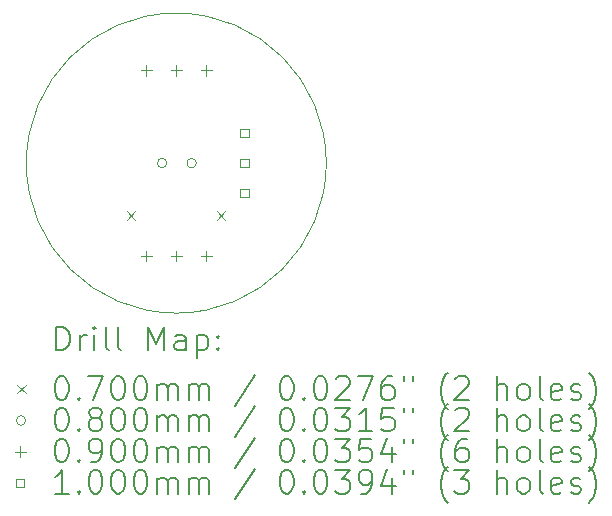
<source format=gbr>
%FSLAX45Y45*%
G04 Gerber Fmt 4.5, Leading zero omitted, Abs format (unit mm)*
G04 Created by KiCad (PCBNEW 6.0.2+dfsg-1) date 2022-10-05 13:55:46*
%MOMM*%
%LPD*%
G01*
G04 APERTURE LIST*
%TA.AperFunction,Profile*%
%ADD10C,0.100000*%
%TD*%
%ADD11C,0.200000*%
%ADD12C,0.070000*%
%ADD13C,0.080000*%
%ADD14C,0.090000*%
%ADD15C,0.100000*%
G04 APERTURE END LIST*
D10*
X15748000Y-7874000D02*
G75*
G03*
X15748000Y-7874000I-1270000J0D01*
G01*
D11*
D12*
X14062000Y-8283500D02*
X14132000Y-8353500D01*
X14132000Y-8283500D02*
X14062000Y-8353500D01*
X14824000Y-8283500D02*
X14894000Y-8353500D01*
X14894000Y-8283500D02*
X14824000Y-8353500D01*
D13*
X14397489Y-7874000D02*
G75*
G03*
X14397489Y-7874000I-40000J0D01*
G01*
X14647489Y-7874000D02*
G75*
G03*
X14647489Y-7874000I-40000J0D01*
G01*
D14*
X14224000Y-7042500D02*
X14224000Y-7132500D01*
X14179000Y-7087500D02*
X14269000Y-7087500D01*
X14224000Y-8615500D02*
X14224000Y-8705500D01*
X14179000Y-8660500D02*
X14269000Y-8660500D01*
X14478000Y-7042500D02*
X14478000Y-7132500D01*
X14433000Y-7087500D02*
X14523000Y-7087500D01*
X14478000Y-8615500D02*
X14478000Y-8705500D01*
X14433000Y-8660500D02*
X14523000Y-8660500D01*
X14732000Y-7042500D02*
X14732000Y-7132500D01*
X14687000Y-7087500D02*
X14777000Y-7087500D01*
X14732000Y-8615500D02*
X14732000Y-8705500D01*
X14687000Y-8660500D02*
X14777000Y-8660500D01*
D15*
X15091856Y-7656856D02*
X15091856Y-7586144D01*
X15021144Y-7586144D01*
X15021144Y-7656856D01*
X15091856Y-7656856D01*
X15091856Y-7910856D02*
X15091856Y-7840144D01*
X15021144Y-7840144D01*
X15021144Y-7910856D01*
X15091856Y-7910856D01*
X15091856Y-8164856D02*
X15091856Y-8094144D01*
X15021144Y-8094144D01*
X15021144Y-8164856D01*
X15091856Y-8164856D01*
D11*
X13460619Y-9459476D02*
X13460619Y-9259476D01*
X13508238Y-9259476D01*
X13536809Y-9269000D01*
X13555857Y-9288048D01*
X13565381Y-9307095D01*
X13574905Y-9345190D01*
X13574905Y-9373762D01*
X13565381Y-9411857D01*
X13555857Y-9430905D01*
X13536809Y-9449952D01*
X13508238Y-9459476D01*
X13460619Y-9459476D01*
X13660619Y-9459476D02*
X13660619Y-9326143D01*
X13660619Y-9364238D02*
X13670143Y-9345190D01*
X13679667Y-9335667D01*
X13698714Y-9326143D01*
X13717762Y-9326143D01*
X13784428Y-9459476D02*
X13784428Y-9326143D01*
X13784428Y-9259476D02*
X13774905Y-9269000D01*
X13784428Y-9278524D01*
X13793952Y-9269000D01*
X13784428Y-9259476D01*
X13784428Y-9278524D01*
X13908238Y-9459476D02*
X13889190Y-9449952D01*
X13879667Y-9430905D01*
X13879667Y-9259476D01*
X14013000Y-9459476D02*
X13993952Y-9449952D01*
X13984428Y-9430905D01*
X13984428Y-9259476D01*
X14241571Y-9459476D02*
X14241571Y-9259476D01*
X14308238Y-9402333D01*
X14374905Y-9259476D01*
X14374905Y-9459476D01*
X14555857Y-9459476D02*
X14555857Y-9354714D01*
X14546333Y-9335667D01*
X14527286Y-9326143D01*
X14489190Y-9326143D01*
X14470143Y-9335667D01*
X14555857Y-9449952D02*
X14536809Y-9459476D01*
X14489190Y-9459476D01*
X14470143Y-9449952D01*
X14460619Y-9430905D01*
X14460619Y-9411857D01*
X14470143Y-9392810D01*
X14489190Y-9383286D01*
X14536809Y-9383286D01*
X14555857Y-9373762D01*
X14651095Y-9326143D02*
X14651095Y-9526143D01*
X14651095Y-9335667D02*
X14670143Y-9326143D01*
X14708238Y-9326143D01*
X14727286Y-9335667D01*
X14736809Y-9345190D01*
X14746333Y-9364238D01*
X14746333Y-9421381D01*
X14736809Y-9440429D01*
X14727286Y-9449952D01*
X14708238Y-9459476D01*
X14670143Y-9459476D01*
X14651095Y-9449952D01*
X14832048Y-9440429D02*
X14841571Y-9449952D01*
X14832048Y-9459476D01*
X14822524Y-9449952D01*
X14832048Y-9440429D01*
X14832048Y-9459476D01*
X14832048Y-9335667D02*
X14841571Y-9345190D01*
X14832048Y-9354714D01*
X14822524Y-9345190D01*
X14832048Y-9335667D01*
X14832048Y-9354714D01*
D12*
X13133000Y-9754000D02*
X13203000Y-9824000D01*
X13203000Y-9754000D02*
X13133000Y-9824000D01*
D11*
X13498714Y-9679476D02*
X13517762Y-9679476D01*
X13536809Y-9689000D01*
X13546333Y-9698524D01*
X13555857Y-9717571D01*
X13565381Y-9755667D01*
X13565381Y-9803286D01*
X13555857Y-9841381D01*
X13546333Y-9860429D01*
X13536809Y-9869952D01*
X13517762Y-9879476D01*
X13498714Y-9879476D01*
X13479667Y-9869952D01*
X13470143Y-9860429D01*
X13460619Y-9841381D01*
X13451095Y-9803286D01*
X13451095Y-9755667D01*
X13460619Y-9717571D01*
X13470143Y-9698524D01*
X13479667Y-9689000D01*
X13498714Y-9679476D01*
X13651095Y-9860429D02*
X13660619Y-9869952D01*
X13651095Y-9879476D01*
X13641571Y-9869952D01*
X13651095Y-9860429D01*
X13651095Y-9879476D01*
X13727286Y-9679476D02*
X13860619Y-9679476D01*
X13774905Y-9879476D01*
X13974905Y-9679476D02*
X13993952Y-9679476D01*
X14013000Y-9689000D01*
X14022524Y-9698524D01*
X14032048Y-9717571D01*
X14041571Y-9755667D01*
X14041571Y-9803286D01*
X14032048Y-9841381D01*
X14022524Y-9860429D01*
X14013000Y-9869952D01*
X13993952Y-9879476D01*
X13974905Y-9879476D01*
X13955857Y-9869952D01*
X13946333Y-9860429D01*
X13936809Y-9841381D01*
X13927286Y-9803286D01*
X13927286Y-9755667D01*
X13936809Y-9717571D01*
X13946333Y-9698524D01*
X13955857Y-9689000D01*
X13974905Y-9679476D01*
X14165381Y-9679476D02*
X14184428Y-9679476D01*
X14203476Y-9689000D01*
X14213000Y-9698524D01*
X14222524Y-9717571D01*
X14232048Y-9755667D01*
X14232048Y-9803286D01*
X14222524Y-9841381D01*
X14213000Y-9860429D01*
X14203476Y-9869952D01*
X14184428Y-9879476D01*
X14165381Y-9879476D01*
X14146333Y-9869952D01*
X14136809Y-9860429D01*
X14127286Y-9841381D01*
X14117762Y-9803286D01*
X14117762Y-9755667D01*
X14127286Y-9717571D01*
X14136809Y-9698524D01*
X14146333Y-9689000D01*
X14165381Y-9679476D01*
X14317762Y-9879476D02*
X14317762Y-9746143D01*
X14317762Y-9765190D02*
X14327286Y-9755667D01*
X14346333Y-9746143D01*
X14374905Y-9746143D01*
X14393952Y-9755667D01*
X14403476Y-9774714D01*
X14403476Y-9879476D01*
X14403476Y-9774714D02*
X14413000Y-9755667D01*
X14432048Y-9746143D01*
X14460619Y-9746143D01*
X14479667Y-9755667D01*
X14489190Y-9774714D01*
X14489190Y-9879476D01*
X14584428Y-9879476D02*
X14584428Y-9746143D01*
X14584428Y-9765190D02*
X14593952Y-9755667D01*
X14613000Y-9746143D01*
X14641571Y-9746143D01*
X14660619Y-9755667D01*
X14670143Y-9774714D01*
X14670143Y-9879476D01*
X14670143Y-9774714D02*
X14679667Y-9755667D01*
X14698714Y-9746143D01*
X14727286Y-9746143D01*
X14746333Y-9755667D01*
X14755857Y-9774714D01*
X14755857Y-9879476D01*
X15146333Y-9669952D02*
X14974905Y-9927095D01*
X15403476Y-9679476D02*
X15422524Y-9679476D01*
X15441571Y-9689000D01*
X15451095Y-9698524D01*
X15460619Y-9717571D01*
X15470143Y-9755667D01*
X15470143Y-9803286D01*
X15460619Y-9841381D01*
X15451095Y-9860429D01*
X15441571Y-9869952D01*
X15422524Y-9879476D01*
X15403476Y-9879476D01*
X15384428Y-9869952D01*
X15374905Y-9860429D01*
X15365381Y-9841381D01*
X15355857Y-9803286D01*
X15355857Y-9755667D01*
X15365381Y-9717571D01*
X15374905Y-9698524D01*
X15384428Y-9689000D01*
X15403476Y-9679476D01*
X15555857Y-9860429D02*
X15565381Y-9869952D01*
X15555857Y-9879476D01*
X15546333Y-9869952D01*
X15555857Y-9860429D01*
X15555857Y-9879476D01*
X15689190Y-9679476D02*
X15708238Y-9679476D01*
X15727286Y-9689000D01*
X15736809Y-9698524D01*
X15746333Y-9717571D01*
X15755857Y-9755667D01*
X15755857Y-9803286D01*
X15746333Y-9841381D01*
X15736809Y-9860429D01*
X15727286Y-9869952D01*
X15708238Y-9879476D01*
X15689190Y-9879476D01*
X15670143Y-9869952D01*
X15660619Y-9860429D01*
X15651095Y-9841381D01*
X15641571Y-9803286D01*
X15641571Y-9755667D01*
X15651095Y-9717571D01*
X15660619Y-9698524D01*
X15670143Y-9689000D01*
X15689190Y-9679476D01*
X15832048Y-9698524D02*
X15841571Y-9689000D01*
X15860619Y-9679476D01*
X15908238Y-9679476D01*
X15927286Y-9689000D01*
X15936809Y-9698524D01*
X15946333Y-9717571D01*
X15946333Y-9736619D01*
X15936809Y-9765190D01*
X15822524Y-9879476D01*
X15946333Y-9879476D01*
X16013000Y-9679476D02*
X16146333Y-9679476D01*
X16060619Y-9879476D01*
X16308238Y-9679476D02*
X16270143Y-9679476D01*
X16251095Y-9689000D01*
X16241571Y-9698524D01*
X16222524Y-9727095D01*
X16213000Y-9765190D01*
X16213000Y-9841381D01*
X16222524Y-9860429D01*
X16232048Y-9869952D01*
X16251095Y-9879476D01*
X16289190Y-9879476D01*
X16308238Y-9869952D01*
X16317762Y-9860429D01*
X16327286Y-9841381D01*
X16327286Y-9793762D01*
X16317762Y-9774714D01*
X16308238Y-9765190D01*
X16289190Y-9755667D01*
X16251095Y-9755667D01*
X16232048Y-9765190D01*
X16222524Y-9774714D01*
X16213000Y-9793762D01*
X16403476Y-9679476D02*
X16403476Y-9717571D01*
X16479667Y-9679476D02*
X16479667Y-9717571D01*
X16774905Y-9955667D02*
X16765381Y-9946143D01*
X16746333Y-9917571D01*
X16736809Y-9898524D01*
X16727286Y-9869952D01*
X16717762Y-9822333D01*
X16717762Y-9784238D01*
X16727286Y-9736619D01*
X16736809Y-9708048D01*
X16746333Y-9689000D01*
X16765381Y-9660429D01*
X16774905Y-9650905D01*
X16841571Y-9698524D02*
X16851095Y-9689000D01*
X16870143Y-9679476D01*
X16917762Y-9679476D01*
X16936810Y-9689000D01*
X16946333Y-9698524D01*
X16955857Y-9717571D01*
X16955857Y-9736619D01*
X16946333Y-9765190D01*
X16832048Y-9879476D01*
X16955857Y-9879476D01*
X17193952Y-9879476D02*
X17193952Y-9679476D01*
X17279667Y-9879476D02*
X17279667Y-9774714D01*
X17270143Y-9755667D01*
X17251095Y-9746143D01*
X17222524Y-9746143D01*
X17203476Y-9755667D01*
X17193952Y-9765190D01*
X17403476Y-9879476D02*
X17384429Y-9869952D01*
X17374905Y-9860429D01*
X17365381Y-9841381D01*
X17365381Y-9784238D01*
X17374905Y-9765190D01*
X17384429Y-9755667D01*
X17403476Y-9746143D01*
X17432048Y-9746143D01*
X17451095Y-9755667D01*
X17460619Y-9765190D01*
X17470143Y-9784238D01*
X17470143Y-9841381D01*
X17460619Y-9860429D01*
X17451095Y-9869952D01*
X17432048Y-9879476D01*
X17403476Y-9879476D01*
X17584429Y-9879476D02*
X17565381Y-9869952D01*
X17555857Y-9850905D01*
X17555857Y-9679476D01*
X17736810Y-9869952D02*
X17717762Y-9879476D01*
X17679667Y-9879476D01*
X17660619Y-9869952D01*
X17651095Y-9850905D01*
X17651095Y-9774714D01*
X17660619Y-9755667D01*
X17679667Y-9746143D01*
X17717762Y-9746143D01*
X17736810Y-9755667D01*
X17746333Y-9774714D01*
X17746333Y-9793762D01*
X17651095Y-9812810D01*
X17822524Y-9869952D02*
X17841571Y-9879476D01*
X17879667Y-9879476D01*
X17898714Y-9869952D01*
X17908238Y-9850905D01*
X17908238Y-9841381D01*
X17898714Y-9822333D01*
X17879667Y-9812810D01*
X17851095Y-9812810D01*
X17832048Y-9803286D01*
X17822524Y-9784238D01*
X17822524Y-9774714D01*
X17832048Y-9755667D01*
X17851095Y-9746143D01*
X17879667Y-9746143D01*
X17898714Y-9755667D01*
X17974905Y-9955667D02*
X17984429Y-9946143D01*
X18003476Y-9917571D01*
X18013000Y-9898524D01*
X18022524Y-9869952D01*
X18032048Y-9822333D01*
X18032048Y-9784238D01*
X18022524Y-9736619D01*
X18013000Y-9708048D01*
X18003476Y-9689000D01*
X17984429Y-9660429D01*
X17974905Y-9650905D01*
D13*
X13203000Y-10053000D02*
G75*
G03*
X13203000Y-10053000I-40000J0D01*
G01*
D11*
X13498714Y-9943476D02*
X13517762Y-9943476D01*
X13536809Y-9953000D01*
X13546333Y-9962524D01*
X13555857Y-9981571D01*
X13565381Y-10019667D01*
X13565381Y-10067286D01*
X13555857Y-10105381D01*
X13546333Y-10124429D01*
X13536809Y-10133952D01*
X13517762Y-10143476D01*
X13498714Y-10143476D01*
X13479667Y-10133952D01*
X13470143Y-10124429D01*
X13460619Y-10105381D01*
X13451095Y-10067286D01*
X13451095Y-10019667D01*
X13460619Y-9981571D01*
X13470143Y-9962524D01*
X13479667Y-9953000D01*
X13498714Y-9943476D01*
X13651095Y-10124429D02*
X13660619Y-10133952D01*
X13651095Y-10143476D01*
X13641571Y-10133952D01*
X13651095Y-10124429D01*
X13651095Y-10143476D01*
X13774905Y-10029190D02*
X13755857Y-10019667D01*
X13746333Y-10010143D01*
X13736809Y-9991095D01*
X13736809Y-9981571D01*
X13746333Y-9962524D01*
X13755857Y-9953000D01*
X13774905Y-9943476D01*
X13813000Y-9943476D01*
X13832048Y-9953000D01*
X13841571Y-9962524D01*
X13851095Y-9981571D01*
X13851095Y-9991095D01*
X13841571Y-10010143D01*
X13832048Y-10019667D01*
X13813000Y-10029190D01*
X13774905Y-10029190D01*
X13755857Y-10038714D01*
X13746333Y-10048238D01*
X13736809Y-10067286D01*
X13736809Y-10105381D01*
X13746333Y-10124429D01*
X13755857Y-10133952D01*
X13774905Y-10143476D01*
X13813000Y-10143476D01*
X13832048Y-10133952D01*
X13841571Y-10124429D01*
X13851095Y-10105381D01*
X13851095Y-10067286D01*
X13841571Y-10048238D01*
X13832048Y-10038714D01*
X13813000Y-10029190D01*
X13974905Y-9943476D02*
X13993952Y-9943476D01*
X14013000Y-9953000D01*
X14022524Y-9962524D01*
X14032048Y-9981571D01*
X14041571Y-10019667D01*
X14041571Y-10067286D01*
X14032048Y-10105381D01*
X14022524Y-10124429D01*
X14013000Y-10133952D01*
X13993952Y-10143476D01*
X13974905Y-10143476D01*
X13955857Y-10133952D01*
X13946333Y-10124429D01*
X13936809Y-10105381D01*
X13927286Y-10067286D01*
X13927286Y-10019667D01*
X13936809Y-9981571D01*
X13946333Y-9962524D01*
X13955857Y-9953000D01*
X13974905Y-9943476D01*
X14165381Y-9943476D02*
X14184428Y-9943476D01*
X14203476Y-9953000D01*
X14213000Y-9962524D01*
X14222524Y-9981571D01*
X14232048Y-10019667D01*
X14232048Y-10067286D01*
X14222524Y-10105381D01*
X14213000Y-10124429D01*
X14203476Y-10133952D01*
X14184428Y-10143476D01*
X14165381Y-10143476D01*
X14146333Y-10133952D01*
X14136809Y-10124429D01*
X14127286Y-10105381D01*
X14117762Y-10067286D01*
X14117762Y-10019667D01*
X14127286Y-9981571D01*
X14136809Y-9962524D01*
X14146333Y-9953000D01*
X14165381Y-9943476D01*
X14317762Y-10143476D02*
X14317762Y-10010143D01*
X14317762Y-10029190D02*
X14327286Y-10019667D01*
X14346333Y-10010143D01*
X14374905Y-10010143D01*
X14393952Y-10019667D01*
X14403476Y-10038714D01*
X14403476Y-10143476D01*
X14403476Y-10038714D02*
X14413000Y-10019667D01*
X14432048Y-10010143D01*
X14460619Y-10010143D01*
X14479667Y-10019667D01*
X14489190Y-10038714D01*
X14489190Y-10143476D01*
X14584428Y-10143476D02*
X14584428Y-10010143D01*
X14584428Y-10029190D02*
X14593952Y-10019667D01*
X14613000Y-10010143D01*
X14641571Y-10010143D01*
X14660619Y-10019667D01*
X14670143Y-10038714D01*
X14670143Y-10143476D01*
X14670143Y-10038714D02*
X14679667Y-10019667D01*
X14698714Y-10010143D01*
X14727286Y-10010143D01*
X14746333Y-10019667D01*
X14755857Y-10038714D01*
X14755857Y-10143476D01*
X15146333Y-9933952D02*
X14974905Y-10191095D01*
X15403476Y-9943476D02*
X15422524Y-9943476D01*
X15441571Y-9953000D01*
X15451095Y-9962524D01*
X15460619Y-9981571D01*
X15470143Y-10019667D01*
X15470143Y-10067286D01*
X15460619Y-10105381D01*
X15451095Y-10124429D01*
X15441571Y-10133952D01*
X15422524Y-10143476D01*
X15403476Y-10143476D01*
X15384428Y-10133952D01*
X15374905Y-10124429D01*
X15365381Y-10105381D01*
X15355857Y-10067286D01*
X15355857Y-10019667D01*
X15365381Y-9981571D01*
X15374905Y-9962524D01*
X15384428Y-9953000D01*
X15403476Y-9943476D01*
X15555857Y-10124429D02*
X15565381Y-10133952D01*
X15555857Y-10143476D01*
X15546333Y-10133952D01*
X15555857Y-10124429D01*
X15555857Y-10143476D01*
X15689190Y-9943476D02*
X15708238Y-9943476D01*
X15727286Y-9953000D01*
X15736809Y-9962524D01*
X15746333Y-9981571D01*
X15755857Y-10019667D01*
X15755857Y-10067286D01*
X15746333Y-10105381D01*
X15736809Y-10124429D01*
X15727286Y-10133952D01*
X15708238Y-10143476D01*
X15689190Y-10143476D01*
X15670143Y-10133952D01*
X15660619Y-10124429D01*
X15651095Y-10105381D01*
X15641571Y-10067286D01*
X15641571Y-10019667D01*
X15651095Y-9981571D01*
X15660619Y-9962524D01*
X15670143Y-9953000D01*
X15689190Y-9943476D01*
X15822524Y-9943476D02*
X15946333Y-9943476D01*
X15879667Y-10019667D01*
X15908238Y-10019667D01*
X15927286Y-10029190D01*
X15936809Y-10038714D01*
X15946333Y-10057762D01*
X15946333Y-10105381D01*
X15936809Y-10124429D01*
X15927286Y-10133952D01*
X15908238Y-10143476D01*
X15851095Y-10143476D01*
X15832048Y-10133952D01*
X15822524Y-10124429D01*
X16136809Y-10143476D02*
X16022524Y-10143476D01*
X16079667Y-10143476D02*
X16079667Y-9943476D01*
X16060619Y-9972048D01*
X16041571Y-9991095D01*
X16022524Y-10000619D01*
X16317762Y-9943476D02*
X16222524Y-9943476D01*
X16213000Y-10038714D01*
X16222524Y-10029190D01*
X16241571Y-10019667D01*
X16289190Y-10019667D01*
X16308238Y-10029190D01*
X16317762Y-10038714D01*
X16327286Y-10057762D01*
X16327286Y-10105381D01*
X16317762Y-10124429D01*
X16308238Y-10133952D01*
X16289190Y-10143476D01*
X16241571Y-10143476D01*
X16222524Y-10133952D01*
X16213000Y-10124429D01*
X16403476Y-9943476D02*
X16403476Y-9981571D01*
X16479667Y-9943476D02*
X16479667Y-9981571D01*
X16774905Y-10219667D02*
X16765381Y-10210143D01*
X16746333Y-10181571D01*
X16736809Y-10162524D01*
X16727286Y-10133952D01*
X16717762Y-10086333D01*
X16717762Y-10048238D01*
X16727286Y-10000619D01*
X16736809Y-9972048D01*
X16746333Y-9953000D01*
X16765381Y-9924429D01*
X16774905Y-9914905D01*
X16841571Y-9962524D02*
X16851095Y-9953000D01*
X16870143Y-9943476D01*
X16917762Y-9943476D01*
X16936810Y-9953000D01*
X16946333Y-9962524D01*
X16955857Y-9981571D01*
X16955857Y-10000619D01*
X16946333Y-10029190D01*
X16832048Y-10143476D01*
X16955857Y-10143476D01*
X17193952Y-10143476D02*
X17193952Y-9943476D01*
X17279667Y-10143476D02*
X17279667Y-10038714D01*
X17270143Y-10019667D01*
X17251095Y-10010143D01*
X17222524Y-10010143D01*
X17203476Y-10019667D01*
X17193952Y-10029190D01*
X17403476Y-10143476D02*
X17384429Y-10133952D01*
X17374905Y-10124429D01*
X17365381Y-10105381D01*
X17365381Y-10048238D01*
X17374905Y-10029190D01*
X17384429Y-10019667D01*
X17403476Y-10010143D01*
X17432048Y-10010143D01*
X17451095Y-10019667D01*
X17460619Y-10029190D01*
X17470143Y-10048238D01*
X17470143Y-10105381D01*
X17460619Y-10124429D01*
X17451095Y-10133952D01*
X17432048Y-10143476D01*
X17403476Y-10143476D01*
X17584429Y-10143476D02*
X17565381Y-10133952D01*
X17555857Y-10114905D01*
X17555857Y-9943476D01*
X17736810Y-10133952D02*
X17717762Y-10143476D01*
X17679667Y-10143476D01*
X17660619Y-10133952D01*
X17651095Y-10114905D01*
X17651095Y-10038714D01*
X17660619Y-10019667D01*
X17679667Y-10010143D01*
X17717762Y-10010143D01*
X17736810Y-10019667D01*
X17746333Y-10038714D01*
X17746333Y-10057762D01*
X17651095Y-10076810D01*
X17822524Y-10133952D02*
X17841571Y-10143476D01*
X17879667Y-10143476D01*
X17898714Y-10133952D01*
X17908238Y-10114905D01*
X17908238Y-10105381D01*
X17898714Y-10086333D01*
X17879667Y-10076810D01*
X17851095Y-10076810D01*
X17832048Y-10067286D01*
X17822524Y-10048238D01*
X17822524Y-10038714D01*
X17832048Y-10019667D01*
X17851095Y-10010143D01*
X17879667Y-10010143D01*
X17898714Y-10019667D01*
X17974905Y-10219667D02*
X17984429Y-10210143D01*
X18003476Y-10181571D01*
X18013000Y-10162524D01*
X18022524Y-10133952D01*
X18032048Y-10086333D01*
X18032048Y-10048238D01*
X18022524Y-10000619D01*
X18013000Y-9972048D01*
X18003476Y-9953000D01*
X17984429Y-9924429D01*
X17974905Y-9914905D01*
D14*
X13158000Y-10272000D02*
X13158000Y-10362000D01*
X13113000Y-10317000D02*
X13203000Y-10317000D01*
D11*
X13498714Y-10207476D02*
X13517762Y-10207476D01*
X13536809Y-10217000D01*
X13546333Y-10226524D01*
X13555857Y-10245571D01*
X13565381Y-10283667D01*
X13565381Y-10331286D01*
X13555857Y-10369381D01*
X13546333Y-10388429D01*
X13536809Y-10397952D01*
X13517762Y-10407476D01*
X13498714Y-10407476D01*
X13479667Y-10397952D01*
X13470143Y-10388429D01*
X13460619Y-10369381D01*
X13451095Y-10331286D01*
X13451095Y-10283667D01*
X13460619Y-10245571D01*
X13470143Y-10226524D01*
X13479667Y-10217000D01*
X13498714Y-10207476D01*
X13651095Y-10388429D02*
X13660619Y-10397952D01*
X13651095Y-10407476D01*
X13641571Y-10397952D01*
X13651095Y-10388429D01*
X13651095Y-10407476D01*
X13755857Y-10407476D02*
X13793952Y-10407476D01*
X13813000Y-10397952D01*
X13822524Y-10388429D01*
X13841571Y-10359857D01*
X13851095Y-10321762D01*
X13851095Y-10245571D01*
X13841571Y-10226524D01*
X13832048Y-10217000D01*
X13813000Y-10207476D01*
X13774905Y-10207476D01*
X13755857Y-10217000D01*
X13746333Y-10226524D01*
X13736809Y-10245571D01*
X13736809Y-10293190D01*
X13746333Y-10312238D01*
X13755857Y-10321762D01*
X13774905Y-10331286D01*
X13813000Y-10331286D01*
X13832048Y-10321762D01*
X13841571Y-10312238D01*
X13851095Y-10293190D01*
X13974905Y-10207476D02*
X13993952Y-10207476D01*
X14013000Y-10217000D01*
X14022524Y-10226524D01*
X14032048Y-10245571D01*
X14041571Y-10283667D01*
X14041571Y-10331286D01*
X14032048Y-10369381D01*
X14022524Y-10388429D01*
X14013000Y-10397952D01*
X13993952Y-10407476D01*
X13974905Y-10407476D01*
X13955857Y-10397952D01*
X13946333Y-10388429D01*
X13936809Y-10369381D01*
X13927286Y-10331286D01*
X13927286Y-10283667D01*
X13936809Y-10245571D01*
X13946333Y-10226524D01*
X13955857Y-10217000D01*
X13974905Y-10207476D01*
X14165381Y-10207476D02*
X14184428Y-10207476D01*
X14203476Y-10217000D01*
X14213000Y-10226524D01*
X14222524Y-10245571D01*
X14232048Y-10283667D01*
X14232048Y-10331286D01*
X14222524Y-10369381D01*
X14213000Y-10388429D01*
X14203476Y-10397952D01*
X14184428Y-10407476D01*
X14165381Y-10407476D01*
X14146333Y-10397952D01*
X14136809Y-10388429D01*
X14127286Y-10369381D01*
X14117762Y-10331286D01*
X14117762Y-10283667D01*
X14127286Y-10245571D01*
X14136809Y-10226524D01*
X14146333Y-10217000D01*
X14165381Y-10207476D01*
X14317762Y-10407476D02*
X14317762Y-10274143D01*
X14317762Y-10293190D02*
X14327286Y-10283667D01*
X14346333Y-10274143D01*
X14374905Y-10274143D01*
X14393952Y-10283667D01*
X14403476Y-10302714D01*
X14403476Y-10407476D01*
X14403476Y-10302714D02*
X14413000Y-10283667D01*
X14432048Y-10274143D01*
X14460619Y-10274143D01*
X14479667Y-10283667D01*
X14489190Y-10302714D01*
X14489190Y-10407476D01*
X14584428Y-10407476D02*
X14584428Y-10274143D01*
X14584428Y-10293190D02*
X14593952Y-10283667D01*
X14613000Y-10274143D01*
X14641571Y-10274143D01*
X14660619Y-10283667D01*
X14670143Y-10302714D01*
X14670143Y-10407476D01*
X14670143Y-10302714D02*
X14679667Y-10283667D01*
X14698714Y-10274143D01*
X14727286Y-10274143D01*
X14746333Y-10283667D01*
X14755857Y-10302714D01*
X14755857Y-10407476D01*
X15146333Y-10197952D02*
X14974905Y-10455095D01*
X15403476Y-10207476D02*
X15422524Y-10207476D01*
X15441571Y-10217000D01*
X15451095Y-10226524D01*
X15460619Y-10245571D01*
X15470143Y-10283667D01*
X15470143Y-10331286D01*
X15460619Y-10369381D01*
X15451095Y-10388429D01*
X15441571Y-10397952D01*
X15422524Y-10407476D01*
X15403476Y-10407476D01*
X15384428Y-10397952D01*
X15374905Y-10388429D01*
X15365381Y-10369381D01*
X15355857Y-10331286D01*
X15355857Y-10283667D01*
X15365381Y-10245571D01*
X15374905Y-10226524D01*
X15384428Y-10217000D01*
X15403476Y-10207476D01*
X15555857Y-10388429D02*
X15565381Y-10397952D01*
X15555857Y-10407476D01*
X15546333Y-10397952D01*
X15555857Y-10388429D01*
X15555857Y-10407476D01*
X15689190Y-10207476D02*
X15708238Y-10207476D01*
X15727286Y-10217000D01*
X15736809Y-10226524D01*
X15746333Y-10245571D01*
X15755857Y-10283667D01*
X15755857Y-10331286D01*
X15746333Y-10369381D01*
X15736809Y-10388429D01*
X15727286Y-10397952D01*
X15708238Y-10407476D01*
X15689190Y-10407476D01*
X15670143Y-10397952D01*
X15660619Y-10388429D01*
X15651095Y-10369381D01*
X15641571Y-10331286D01*
X15641571Y-10283667D01*
X15651095Y-10245571D01*
X15660619Y-10226524D01*
X15670143Y-10217000D01*
X15689190Y-10207476D01*
X15822524Y-10207476D02*
X15946333Y-10207476D01*
X15879667Y-10283667D01*
X15908238Y-10283667D01*
X15927286Y-10293190D01*
X15936809Y-10302714D01*
X15946333Y-10321762D01*
X15946333Y-10369381D01*
X15936809Y-10388429D01*
X15927286Y-10397952D01*
X15908238Y-10407476D01*
X15851095Y-10407476D01*
X15832048Y-10397952D01*
X15822524Y-10388429D01*
X16127286Y-10207476D02*
X16032048Y-10207476D01*
X16022524Y-10302714D01*
X16032048Y-10293190D01*
X16051095Y-10283667D01*
X16098714Y-10283667D01*
X16117762Y-10293190D01*
X16127286Y-10302714D01*
X16136809Y-10321762D01*
X16136809Y-10369381D01*
X16127286Y-10388429D01*
X16117762Y-10397952D01*
X16098714Y-10407476D01*
X16051095Y-10407476D01*
X16032048Y-10397952D01*
X16022524Y-10388429D01*
X16308238Y-10274143D02*
X16308238Y-10407476D01*
X16260619Y-10197952D02*
X16213000Y-10340810D01*
X16336809Y-10340810D01*
X16403476Y-10207476D02*
X16403476Y-10245571D01*
X16479667Y-10207476D02*
X16479667Y-10245571D01*
X16774905Y-10483667D02*
X16765381Y-10474143D01*
X16746333Y-10445571D01*
X16736809Y-10426524D01*
X16727286Y-10397952D01*
X16717762Y-10350333D01*
X16717762Y-10312238D01*
X16727286Y-10264619D01*
X16736809Y-10236048D01*
X16746333Y-10217000D01*
X16765381Y-10188429D01*
X16774905Y-10178905D01*
X16936810Y-10207476D02*
X16898714Y-10207476D01*
X16879667Y-10217000D01*
X16870143Y-10226524D01*
X16851095Y-10255095D01*
X16841571Y-10293190D01*
X16841571Y-10369381D01*
X16851095Y-10388429D01*
X16860619Y-10397952D01*
X16879667Y-10407476D01*
X16917762Y-10407476D01*
X16936810Y-10397952D01*
X16946333Y-10388429D01*
X16955857Y-10369381D01*
X16955857Y-10321762D01*
X16946333Y-10302714D01*
X16936810Y-10293190D01*
X16917762Y-10283667D01*
X16879667Y-10283667D01*
X16860619Y-10293190D01*
X16851095Y-10302714D01*
X16841571Y-10321762D01*
X17193952Y-10407476D02*
X17193952Y-10207476D01*
X17279667Y-10407476D02*
X17279667Y-10302714D01*
X17270143Y-10283667D01*
X17251095Y-10274143D01*
X17222524Y-10274143D01*
X17203476Y-10283667D01*
X17193952Y-10293190D01*
X17403476Y-10407476D02*
X17384429Y-10397952D01*
X17374905Y-10388429D01*
X17365381Y-10369381D01*
X17365381Y-10312238D01*
X17374905Y-10293190D01*
X17384429Y-10283667D01*
X17403476Y-10274143D01*
X17432048Y-10274143D01*
X17451095Y-10283667D01*
X17460619Y-10293190D01*
X17470143Y-10312238D01*
X17470143Y-10369381D01*
X17460619Y-10388429D01*
X17451095Y-10397952D01*
X17432048Y-10407476D01*
X17403476Y-10407476D01*
X17584429Y-10407476D02*
X17565381Y-10397952D01*
X17555857Y-10378905D01*
X17555857Y-10207476D01*
X17736810Y-10397952D02*
X17717762Y-10407476D01*
X17679667Y-10407476D01*
X17660619Y-10397952D01*
X17651095Y-10378905D01*
X17651095Y-10302714D01*
X17660619Y-10283667D01*
X17679667Y-10274143D01*
X17717762Y-10274143D01*
X17736810Y-10283667D01*
X17746333Y-10302714D01*
X17746333Y-10321762D01*
X17651095Y-10340810D01*
X17822524Y-10397952D02*
X17841571Y-10407476D01*
X17879667Y-10407476D01*
X17898714Y-10397952D01*
X17908238Y-10378905D01*
X17908238Y-10369381D01*
X17898714Y-10350333D01*
X17879667Y-10340810D01*
X17851095Y-10340810D01*
X17832048Y-10331286D01*
X17822524Y-10312238D01*
X17822524Y-10302714D01*
X17832048Y-10283667D01*
X17851095Y-10274143D01*
X17879667Y-10274143D01*
X17898714Y-10283667D01*
X17974905Y-10483667D02*
X17984429Y-10474143D01*
X18003476Y-10445571D01*
X18013000Y-10426524D01*
X18022524Y-10397952D01*
X18032048Y-10350333D01*
X18032048Y-10312238D01*
X18022524Y-10264619D01*
X18013000Y-10236048D01*
X18003476Y-10217000D01*
X17984429Y-10188429D01*
X17974905Y-10178905D01*
D15*
X13188356Y-10616356D02*
X13188356Y-10545644D01*
X13117644Y-10545644D01*
X13117644Y-10616356D01*
X13188356Y-10616356D01*
D11*
X13565381Y-10671476D02*
X13451095Y-10671476D01*
X13508238Y-10671476D02*
X13508238Y-10471476D01*
X13489190Y-10500048D01*
X13470143Y-10519095D01*
X13451095Y-10528619D01*
X13651095Y-10652429D02*
X13660619Y-10661952D01*
X13651095Y-10671476D01*
X13641571Y-10661952D01*
X13651095Y-10652429D01*
X13651095Y-10671476D01*
X13784428Y-10471476D02*
X13803476Y-10471476D01*
X13822524Y-10481000D01*
X13832048Y-10490524D01*
X13841571Y-10509571D01*
X13851095Y-10547667D01*
X13851095Y-10595286D01*
X13841571Y-10633381D01*
X13832048Y-10652429D01*
X13822524Y-10661952D01*
X13803476Y-10671476D01*
X13784428Y-10671476D01*
X13765381Y-10661952D01*
X13755857Y-10652429D01*
X13746333Y-10633381D01*
X13736809Y-10595286D01*
X13736809Y-10547667D01*
X13746333Y-10509571D01*
X13755857Y-10490524D01*
X13765381Y-10481000D01*
X13784428Y-10471476D01*
X13974905Y-10471476D02*
X13993952Y-10471476D01*
X14013000Y-10481000D01*
X14022524Y-10490524D01*
X14032048Y-10509571D01*
X14041571Y-10547667D01*
X14041571Y-10595286D01*
X14032048Y-10633381D01*
X14022524Y-10652429D01*
X14013000Y-10661952D01*
X13993952Y-10671476D01*
X13974905Y-10671476D01*
X13955857Y-10661952D01*
X13946333Y-10652429D01*
X13936809Y-10633381D01*
X13927286Y-10595286D01*
X13927286Y-10547667D01*
X13936809Y-10509571D01*
X13946333Y-10490524D01*
X13955857Y-10481000D01*
X13974905Y-10471476D01*
X14165381Y-10471476D02*
X14184428Y-10471476D01*
X14203476Y-10481000D01*
X14213000Y-10490524D01*
X14222524Y-10509571D01*
X14232048Y-10547667D01*
X14232048Y-10595286D01*
X14222524Y-10633381D01*
X14213000Y-10652429D01*
X14203476Y-10661952D01*
X14184428Y-10671476D01*
X14165381Y-10671476D01*
X14146333Y-10661952D01*
X14136809Y-10652429D01*
X14127286Y-10633381D01*
X14117762Y-10595286D01*
X14117762Y-10547667D01*
X14127286Y-10509571D01*
X14136809Y-10490524D01*
X14146333Y-10481000D01*
X14165381Y-10471476D01*
X14317762Y-10671476D02*
X14317762Y-10538143D01*
X14317762Y-10557190D02*
X14327286Y-10547667D01*
X14346333Y-10538143D01*
X14374905Y-10538143D01*
X14393952Y-10547667D01*
X14403476Y-10566714D01*
X14403476Y-10671476D01*
X14403476Y-10566714D02*
X14413000Y-10547667D01*
X14432048Y-10538143D01*
X14460619Y-10538143D01*
X14479667Y-10547667D01*
X14489190Y-10566714D01*
X14489190Y-10671476D01*
X14584428Y-10671476D02*
X14584428Y-10538143D01*
X14584428Y-10557190D02*
X14593952Y-10547667D01*
X14613000Y-10538143D01*
X14641571Y-10538143D01*
X14660619Y-10547667D01*
X14670143Y-10566714D01*
X14670143Y-10671476D01*
X14670143Y-10566714D02*
X14679667Y-10547667D01*
X14698714Y-10538143D01*
X14727286Y-10538143D01*
X14746333Y-10547667D01*
X14755857Y-10566714D01*
X14755857Y-10671476D01*
X15146333Y-10461952D02*
X14974905Y-10719095D01*
X15403476Y-10471476D02*
X15422524Y-10471476D01*
X15441571Y-10481000D01*
X15451095Y-10490524D01*
X15460619Y-10509571D01*
X15470143Y-10547667D01*
X15470143Y-10595286D01*
X15460619Y-10633381D01*
X15451095Y-10652429D01*
X15441571Y-10661952D01*
X15422524Y-10671476D01*
X15403476Y-10671476D01*
X15384428Y-10661952D01*
X15374905Y-10652429D01*
X15365381Y-10633381D01*
X15355857Y-10595286D01*
X15355857Y-10547667D01*
X15365381Y-10509571D01*
X15374905Y-10490524D01*
X15384428Y-10481000D01*
X15403476Y-10471476D01*
X15555857Y-10652429D02*
X15565381Y-10661952D01*
X15555857Y-10671476D01*
X15546333Y-10661952D01*
X15555857Y-10652429D01*
X15555857Y-10671476D01*
X15689190Y-10471476D02*
X15708238Y-10471476D01*
X15727286Y-10481000D01*
X15736809Y-10490524D01*
X15746333Y-10509571D01*
X15755857Y-10547667D01*
X15755857Y-10595286D01*
X15746333Y-10633381D01*
X15736809Y-10652429D01*
X15727286Y-10661952D01*
X15708238Y-10671476D01*
X15689190Y-10671476D01*
X15670143Y-10661952D01*
X15660619Y-10652429D01*
X15651095Y-10633381D01*
X15641571Y-10595286D01*
X15641571Y-10547667D01*
X15651095Y-10509571D01*
X15660619Y-10490524D01*
X15670143Y-10481000D01*
X15689190Y-10471476D01*
X15822524Y-10471476D02*
X15946333Y-10471476D01*
X15879667Y-10547667D01*
X15908238Y-10547667D01*
X15927286Y-10557190D01*
X15936809Y-10566714D01*
X15946333Y-10585762D01*
X15946333Y-10633381D01*
X15936809Y-10652429D01*
X15927286Y-10661952D01*
X15908238Y-10671476D01*
X15851095Y-10671476D01*
X15832048Y-10661952D01*
X15822524Y-10652429D01*
X16041571Y-10671476D02*
X16079667Y-10671476D01*
X16098714Y-10661952D01*
X16108238Y-10652429D01*
X16127286Y-10623857D01*
X16136809Y-10585762D01*
X16136809Y-10509571D01*
X16127286Y-10490524D01*
X16117762Y-10481000D01*
X16098714Y-10471476D01*
X16060619Y-10471476D01*
X16041571Y-10481000D01*
X16032048Y-10490524D01*
X16022524Y-10509571D01*
X16022524Y-10557190D01*
X16032048Y-10576238D01*
X16041571Y-10585762D01*
X16060619Y-10595286D01*
X16098714Y-10595286D01*
X16117762Y-10585762D01*
X16127286Y-10576238D01*
X16136809Y-10557190D01*
X16308238Y-10538143D02*
X16308238Y-10671476D01*
X16260619Y-10461952D02*
X16213000Y-10604810D01*
X16336809Y-10604810D01*
X16403476Y-10471476D02*
X16403476Y-10509571D01*
X16479667Y-10471476D02*
X16479667Y-10509571D01*
X16774905Y-10747667D02*
X16765381Y-10738143D01*
X16746333Y-10709571D01*
X16736809Y-10690524D01*
X16727286Y-10661952D01*
X16717762Y-10614333D01*
X16717762Y-10576238D01*
X16727286Y-10528619D01*
X16736809Y-10500048D01*
X16746333Y-10481000D01*
X16765381Y-10452429D01*
X16774905Y-10442905D01*
X16832048Y-10471476D02*
X16955857Y-10471476D01*
X16889190Y-10547667D01*
X16917762Y-10547667D01*
X16936810Y-10557190D01*
X16946333Y-10566714D01*
X16955857Y-10585762D01*
X16955857Y-10633381D01*
X16946333Y-10652429D01*
X16936810Y-10661952D01*
X16917762Y-10671476D01*
X16860619Y-10671476D01*
X16841571Y-10661952D01*
X16832048Y-10652429D01*
X17193952Y-10671476D02*
X17193952Y-10471476D01*
X17279667Y-10671476D02*
X17279667Y-10566714D01*
X17270143Y-10547667D01*
X17251095Y-10538143D01*
X17222524Y-10538143D01*
X17203476Y-10547667D01*
X17193952Y-10557190D01*
X17403476Y-10671476D02*
X17384429Y-10661952D01*
X17374905Y-10652429D01*
X17365381Y-10633381D01*
X17365381Y-10576238D01*
X17374905Y-10557190D01*
X17384429Y-10547667D01*
X17403476Y-10538143D01*
X17432048Y-10538143D01*
X17451095Y-10547667D01*
X17460619Y-10557190D01*
X17470143Y-10576238D01*
X17470143Y-10633381D01*
X17460619Y-10652429D01*
X17451095Y-10661952D01*
X17432048Y-10671476D01*
X17403476Y-10671476D01*
X17584429Y-10671476D02*
X17565381Y-10661952D01*
X17555857Y-10642905D01*
X17555857Y-10471476D01*
X17736810Y-10661952D02*
X17717762Y-10671476D01*
X17679667Y-10671476D01*
X17660619Y-10661952D01*
X17651095Y-10642905D01*
X17651095Y-10566714D01*
X17660619Y-10547667D01*
X17679667Y-10538143D01*
X17717762Y-10538143D01*
X17736810Y-10547667D01*
X17746333Y-10566714D01*
X17746333Y-10585762D01*
X17651095Y-10604810D01*
X17822524Y-10661952D02*
X17841571Y-10671476D01*
X17879667Y-10671476D01*
X17898714Y-10661952D01*
X17908238Y-10642905D01*
X17908238Y-10633381D01*
X17898714Y-10614333D01*
X17879667Y-10604810D01*
X17851095Y-10604810D01*
X17832048Y-10595286D01*
X17822524Y-10576238D01*
X17822524Y-10566714D01*
X17832048Y-10547667D01*
X17851095Y-10538143D01*
X17879667Y-10538143D01*
X17898714Y-10547667D01*
X17974905Y-10747667D02*
X17984429Y-10738143D01*
X18003476Y-10709571D01*
X18013000Y-10690524D01*
X18022524Y-10661952D01*
X18032048Y-10614333D01*
X18032048Y-10576238D01*
X18022524Y-10528619D01*
X18013000Y-10500048D01*
X18003476Y-10481000D01*
X17984429Y-10452429D01*
X17974905Y-10442905D01*
M02*

</source>
